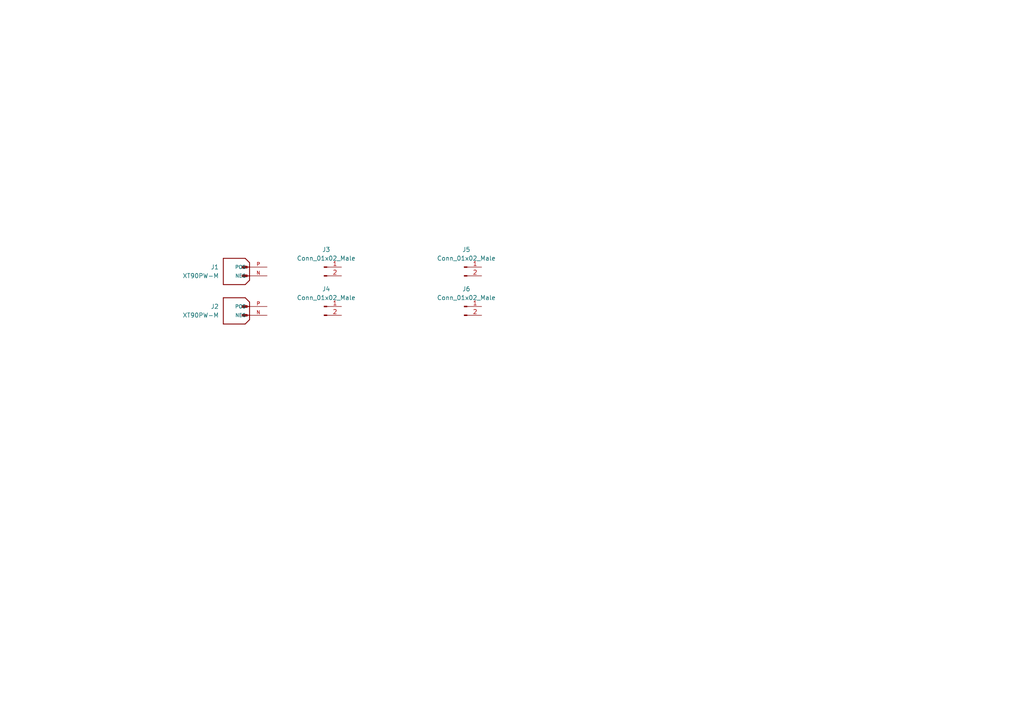
<source format=kicad_sch>
(kicad_sch (version 20211123) (generator eeschema)
  (paper "A4")
  (lib_symbols
    (symbol "Connector:Conn_01x02_Male" (pin_names (offset 1.016) hide)
      (property "Reference" "J" (at 0 2.54 0))
      (property "Value" "Conn_01x02_Male" (at 0 -5.08 0))
      (symbol "Conn_01x02_Male_1_1"
        (polyline (pts (xy 1.27 -2.54) (xy 0.8636 -2.54)) (stroke (width 0.1524)))
        (polyline (pts (xy 1.27 0) (xy 0.8636 0)) (stroke (width 0.1524)))
        (rectangle (start 0.8636 -2.413) (end 0 -2.667) (stroke (width 0.1524)) (fill (type outline)))
        (rectangle (start 0.8636 0.127) (end 0 -0.127) (stroke (width 0.1524)) (fill (type outline)))
        (pin passive line (at 5.08 0 180) (length 3.81) (name "Pin_1") (number "1"))
        (pin passive line (at 5.08 -2.54 180) (length 3.81) (name "Pin_2") (number "2"))
      )
    )
    (symbol "XT90PW-M:XT90PW-M" (pin_names (offset 1.016))
      (property "Reference" "J" (at 0 3.81 0))
      (property "Value" "XT90PW-M" (at 0 -7.62 0))
      (symbol "XT90PW-M_0_0"
        (polyline (pts (xy 0 -3.81) (xy 1.27 -5.08)) (stroke (width 0.254)))
        (polyline (pts (xy 0 -2.54) (xy 1.905 -2.54)) (stroke (width 0.254)))
        (polyline (pts (xy 0 0) (xy 0 -3.81)) (stroke (width 0.254)))
        (polyline (pts (xy 0 0) (xy 1.905 0)) (stroke (width 0.254)))
        (polyline (pts (xy 0 1.27) (xy 0 0)) (stroke (width 0.254)))
        (polyline (pts (xy 0 1.27) (xy 1.27 2.54)) (stroke (width 0.254)))
        (polyline (pts (xy 1.27 -5.08) (xy 7.62 -5.08)) (stroke (width 0.254)))
        (polyline (pts (xy 7.62 -5.08) (xy 7.62 2.54)) (stroke (width 0.254)))
        (polyline (pts (xy 7.62 2.54) (xy 1.27 2.54)) (stroke (width 0.254)))
        (rectangle (start 0.635 -2.8575) (end 2.2225 -2.2225) (stroke (width 0.1)) (fill (type outline)))
        (rectangle (start 0.635 -0.3175) (end 2.2225 0.3175) (stroke (width 0.1)) (fill (type outline)))
        (pin passive line (at -5.08 -2.54 0) (length 5.08) (name "NEG") (number "N"))
        (pin passive line (at -5.08 0 0) (length 5.08) (name "POS") (number "P"))
      )
    )
  )
  (symbol (lib_id "XT90PW-M:XT90PW-M") (at 72.39 88.9 0) (mirror y) (unit 1)
    (property "Reference" "J2" (at 63.5 88.8999 0) (effects (justify left)))
    (property "Value" "XT90PW-M" (at 63.5 91.4399 0) (effects (justify left)))
    (property "Footprint" "XT90PW-M:AMASS_XT90PW-M" (effects hide))
    (property "PARTREV" "V00" (effects hide))
    (property "STANDARD" "Manufacturer Recommendations" (effects hide))
    (property "MANUFACTURER" "AMASS" (effects hide))
    (property "MAXIMUM_PACKAGE_HIEGHT" "10.3mm" (effects hide))
  )
  (symbol (lib_id "Connector:Conn_01x02_Male") (at 93.98 77.47 0) (unit 1)
    (property "Reference" "J3" (at 94.615 72.39 0))
    (property "Value" "Conn_01x02_Male" (at 94.615 74.93 0))
    (property "Footprint" "Connector_AMASS:AMASS_XT60-M_1x02_P7.20mm_Vertical" (effects hide))
  )
  (symbol (lib_id "Connector:Conn_01x02_Male") (at 134.62 77.47 0) (unit 1)
    (property "Reference" "J5" (at 135.255 72.39 0))
    (property "Value" "Conn_01x02_Male" (at 135.255 74.93 0))
    (property "Footprint" "Connector_AMASS:AMASS_XT60-M_1x02_P7.20mm_Vertical" (effects hide))
  )
  (symbol (lib_id "XT90PW-M:XT90PW-M") (at 72.39 77.47 0) (mirror y) (unit 1)
    (property "Reference" "J1" (at 63.5 77.4699 0) (effects (justify left)))
    (property "Value" "XT90PW-M" (at 63.5 80.0099 0) (effects (justify left)))
    (property "Footprint" "XT90PW-M:AMASS_XT90PW-M" (effects hide))
    (property "PARTREV" "V00" (effects hide))
    (property "STANDARD" "Manufacturer Recommendations" (effects hide))
    (property "MANUFACTURER" "AMASS" (effects hide))
    (property "MAXIMUM_PACKAGE_HIEGHT" "10.3mm" (effects hide))
  )
  (symbol (lib_id "Connector:Conn_01x02_Male") (at 134.62 88.9 0) (unit 1)
    (property "Reference" "J6" (at 135.255 83.82 0))
    (property "Value" "Conn_01x02_Male" (at 135.255 86.36 0))
    (property "Footprint" "Connector_AMASS:AMASS_XT60-M_1x02_P7.20mm_Vertical" (effects hide))
  )
  (symbol (lib_id "Connector:Conn_01x02_Male") (at 93.98 88.9 0) (unit 1)
    (property "Reference" "J4" (at 94.615 83.82 0))
    (property "Value" "Conn_01x02_Male" (at 94.615 86.36 0))
    (property "Footprint" "Connector_AMASS:AMASS_XT60-M_1x02_P7.20mm_Vertical" (effects hide))
  )
)
</source>
